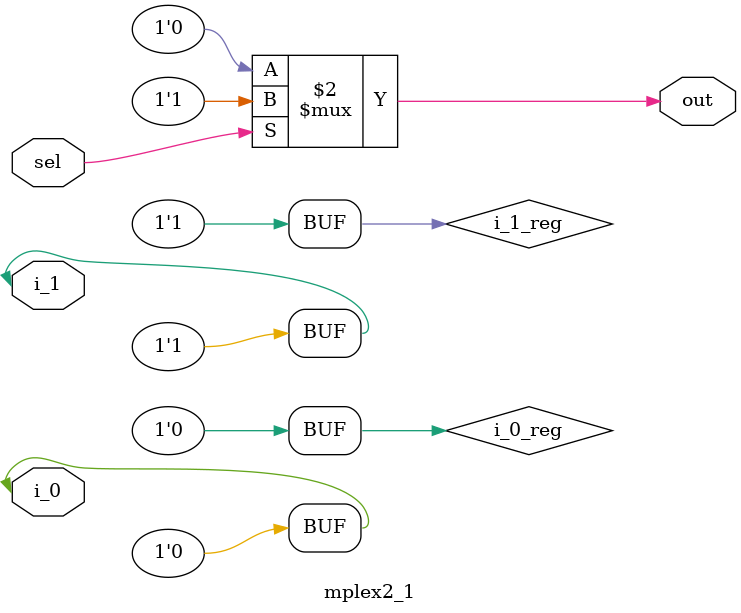
<source format=v>
`ifndef MPLEX2_1_MODULE
`define MPLEX2_1_MODULE

module mplex2_1 (
    input sel,
    input i_0,
    input i_1,
    output out
);
    reg i_0_reg, i_1_reg;
    assign i_0 = i_0_reg;
    assign i_1 = i_1_reg;

    assign out = (sel == 0) ? (i_0) : (i_1);

    initial begin
        i_0_reg <= 0;
        i_1_reg <= 1;
    end

endmodule

`endif
</source>
